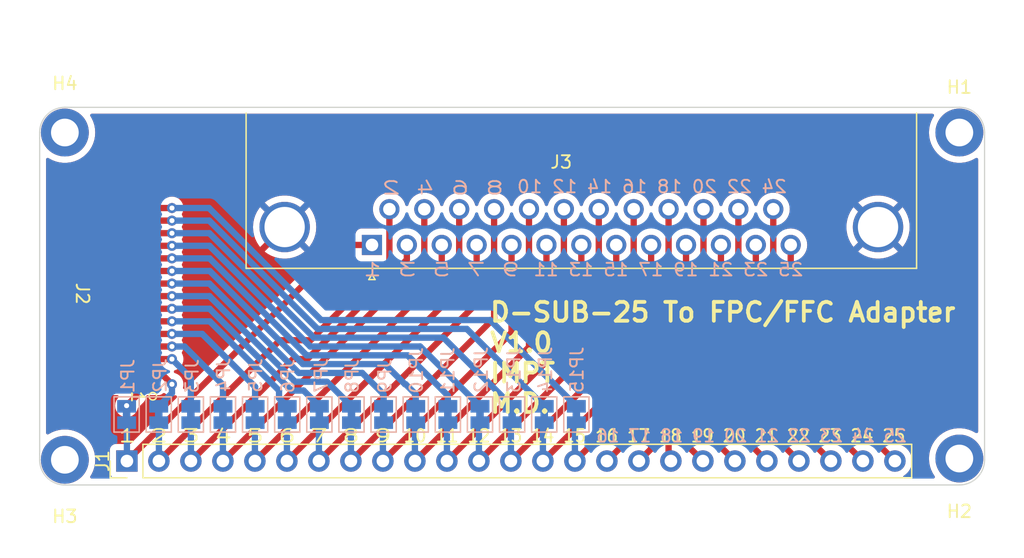
<source format=kicad_pcb>
(kicad_pcb (version 20211014) (generator pcbnew)
  (layers (0 "F.Cu" signal) (31 "B.Cu" signal) (34 "B.Paste" user) (35 "F.Paste" user) (36 "B.SilkS" user "B.Silkscreen") (37 "F.SilkS" user "F.Silkscreen") (38 "B.Mask" user) (39 "F.Mask" user) (44 "Edge.Cuts" user))
  (net 0 "")
  (net 1 "Net-(J2-Pad1)")
  (net 2 "Net-(J2-Pad2)")
  (net 3 "Net-(J2-Pad3)")
  (net 4 "Net-(J2-Pad4)")
  (net 5 "Net-(J2-Pad5)")
  (net 6 "Net-(J2-Pad6)")
  (net 7 "Net-(J2-Pad7)")
  (net 8 "Net-(J2-Pad8)")
  (net 9 "Net-(J2-Pad9)")
  (net 10 "Net-(J2-Pad10)")
  (net 11 "Net-(J2-Pad11)")
  (net 12 "Net-(J2-Pad12)")
  (net 13 "Net-(J2-Pad13)")
  (net 14 "Net-(J2-Pad14)")
  (net 15 "Net-(J2-Pad15)")
  (net 16 "Net-(J1-Pad1)")
  (net 17 "Net-(J1-Pad3)")
  (net 18 "Net-(J1-Pad5)")
  (net 19 "Net-(J1-Pad7)")
  (net 20 "Net-(J1-Pad9)")
  (net 21 "Net-(J1-Pad11)")
  (net 22 "Net-(J1-Pad13)")
  (net 23 "Net-(J1-Pad15)")
  (net 24 "Net-(J1-Pad17)")
  (net 25 "Net-(J1-Pad19)")
  (net 26 "Net-(J1-Pad21)")
  (net 27 "Net-(J1-Pad23)")
  (net 28 "Net-(J1-Pad25)")
  (net 29 "Net-(J1-Pad2)")
  (net 30 "Net-(J1-Pad4)")
  (net 31 "Net-(J1-Pad6)")
  (net 32 "Net-(J1-Pad8)")
  (net 33 "Net-(J1-Pad10)")
  (net 34 "Net-(J1-Pad12)")
  (net 35 "Net-(J1-Pad14)")
  (net 36 "Net-(J1-Pad16)")
  (net 37 "Net-(J1-Pad18)")
  (net 38 "Net-(J1-Pad20)")
  (net 39 "Net-(J1-Pad22)")
  (net 40 "Net-(J1-Pad24)")
  (net 41 "GND")
  (footprint "Connector_Dsub:DSUB-25_Female_Horizontal_P2.77x2.84mm_EdgePinOffset7.70mm_Housed_MountingHolesOffset9.12mm" (layer "F.Cu") (at 143.375 120.930331 180)
    (fp_text reference "J3" (at -15.025 6.580331) (layer "F.SilkS"))
    (fp_text value "DB25_Female_MountingHoles")
    (fp_line (start -0.25 -2.754338) (end 0.25 -2.754338) (layer "F.SilkS") (width 0.12))
    (fp_line (start 9.99 -1.86) (end 9.99 10.48) (layer "F.SilkS") (width 0.12))
    (fp_line (start 0.25 -2.754338) (end 0 -2.321325) (layer "F.SilkS") (width 0.12))
    (fp_line (start 0 -2.321325) (end -0.25 -2.754338) (layer "F.SilkS") (width 0.12))
    (fp_line (start -43.23 -1.86) (end 9.99 -1.86) (layer "F.SilkS") (width 0.12))
    (fp_line (start -43.23 10.48) (end -43.23 -1.86) (layer "F.SilkS") (width 0.12))
    (pad "0" thru_hole circle (at 6.93 1.42 180) (size 4 4) (drill 3.2) (layers *.Cu *.Mask) (net 41 "GND"))
    (pad "0" thru_hole circle (at -40.17 1.42 180) (size 4 4) (drill 3.2) (layers *.Cu *.Mask) (net 41 "GND"))
    (pad "1" thru_hole rect (at 0 0 180) (size 1.6 1.6) (drill 1) (layers *.Cu *.Mask) (net 16 "Net-(J1-Pad1)"))
    (pad "2" thru_hole circle (at -2.77 0 180) (size 1.6 1.6) (drill 1) (layers *.Cu *.Mask) (net 17 "Net-(J1-Pad3)"))
    (pad "3" thru_hole circle (at -5.54 0 180) (size 1.6 1.6) (drill 1) (layers *.Cu *.Mask) (net 18 "Net-(J1-Pad5)"))
    (pad "4" thru_hole circle (at -8.31 0 180) (size 1.6 1.6) (drill 1) (layers *.Cu *.Mask) (net 19 "Net-(J1-Pad7)"))
    (pad "5" thru_hole circle (at -11.08 0 180) (size 1.6 1.6) (drill 1) (layers *.Cu *.Mask) (net 20 "Net-(J1-Pad9)"))
    (pad "6" thru_hole circle (at -13.85 0 180) (size 1.6 1.6) (drill 1) (layers *.Cu *.Mask) (net 21 "Net-(J1-Pad11)"))
    (pad "7" thru_hole circle (at -16.62 0 180) (size 1.6 1.6) (drill 1) (layers *.Cu *.Mask) (net 22 "Net-(J1-Pad13)"))
    (pad "8" thru_hole circle (at -19.39 0 180) (size 1.6 1.6) (drill 1) (layers *.Cu *.Mask) (net 23 "Net-(J1-Pad15)"))
    (pad "9" thru_hole circle (at -22.16 0 180) (size 1.6 1.6) (drill 1) (layers *.Cu *.Mask) (net 24 "Net-(J1-Pad17)"))
    (pad "10" thru_hole circle (at -24.93 0 180) (size 1.6 1.6) (drill 1) (layers *.Cu *.Mask) (net 25 "Net-(J1-Pad19)"))
    (pad "11" thru_hole circle (at -27.7 0 180) (size 1.6 1.6) (drill 1) (layers *.Cu *.Mask) (net 26 "Net-(J1-Pad21)"))
    (pad "12" thru_hole circle (at -30.47 0 180) (size 1.6 1.6) (drill 1) (layers *.Cu *.Mask) (net 27 "Net-(J1-Pad23)"))
    (pad "13" thru_hole circle (at -33.24 0 180) (size 1.6 1.6) (drill 1) (layers *.Cu *.Mask) (net 28 "Net-(J1-Pad25)"))
    (pad "14" thru_hole circle (at -1.385 2.84 180) (size 1.6 1.6) (drill 1) (layers *.Cu *.Mask) (net 29 "Net-(J1-Pad2)"))
    (pad "15" thru_hole circle (at -4.155 2.84 180) (size 1.6 1.6) (drill 1) (layers *.Cu *.Mask) (net 30 "Net-(J1-Pad4)"))
    (pad "16" thru_hole circle (at -6.925 2.84 180) (size 1.6 1.6) (drill 1) (layers *.Cu *.Mask) (net 31 "Net-(J1-Pad6)"))
    (pad "17" thru_hole circle (at -9.695 2.84 180) (size 1.6 1.6) (drill 1) (layers *.Cu *.Mask) (net 32 "Net-(J1-Pad8)"))
    (pad "18" thru_hole circle (at -12.465 2.84 180) (size 1.6 1.6) (drill 1) (layers *.Cu *.Mask) (net 33 "Net-(J1-Pad10)"))
    (pad "19" thru_hole circle (at -15.235 2.84 180) (size 1.6 1.6) (drill 1) (layers *.Cu *.Mask) (net 34 "Net-(J1-Pad12)"))
    (pad "20" thru_hole circle (at -18.005 2.84 180) (size 1.6 1.6) (drill 1) (layers *.Cu *.Mask) (net 35 "Net-(J1-Pad14)"))
    (pad "21" thru_hole circle (at -20.775 2.84 180) (size 1.6 1.6) (drill 1) (layers *.Cu *.Mask) (net 36 "Net-(J1-Pad16)"))
    (pad "22" thru_hole circle (at -23.545 2.84 180) (size 1.6 1.6) (drill 1) (layers *.Cu *.Mask) (net 37 "Net-(J1-Pad18)"))
    (pad "23" thru_hole circle (at -26.315 2.84 180) (size 1.6 1.6) (drill 1) (layers *.Cu *.Mask) (net 38 "Net-(J1-Pad20)"))
    (pad "24" thru_hole circle (at -29.085 2.84 180) (size 1.6 1.6) (drill 1) (layers *.Cu *.Mask) (net 39 "Net-(J1-Pad22)"))
    (pad "25" thru_hole circle (at -31.855 2.84 180) (size 1.6 1.6) (drill 1) (layers *.Cu *.Mask) (net 40 "Net-(J1-Pad24)"))
  )
  (footprint "MountingHole:MountingHole_2.2mm_M2_DIN965_Pad" (layer "F.Cu") (at 190 112)
    (fp_text reference "H1" (at 0 -3.6) (layer "F.SilkS"))
    (fp_text value "MountingHole")
    (pad "1" thru_hole circle (at 0 0) (size 3.8 3.8) (drill 2.2) (layers *.Cu *.Mask))
  )
  (footprint "MountingHole:MountingHole_2.2mm_M2_DIN965_Pad" (layer "F.Cu") (at 119 112)
    (fp_text reference "H4" (at 0 -3.9) (layer "F.SilkS"))
    (fp_text value "MountingHole")
    (pad "1" thru_hole circle (at 0 0) (size 3.8 3.8) (drill 2.2) (layers *.Cu *.Mask))
  )
  (footprint "MountingHole:MountingHole_2.2mm_M2_DIN965_Pad" (layer "F.Cu") (at 119 138)
    (fp_text reference "H3" (at 0 4.5) (layer "F.SilkS"))
    (fp_text value "MountingHole")
    (pad "1" thru_hole circle (at 0 0) (size 3.8 3.8) (drill 2.2) (layers *.Cu *.Mask))
  )
  (footprint "MountingHole:MountingHole_2.2mm_M2_DIN965_Pad" (layer "F.Cu") (at 190 137.9)
    (fp_text reference "H2" (at 0 4.2) (layer "F.SilkS"))
    (fp_text value "MountingHole")
    (pad "1" thru_hole circle (at 0 0) (size 3.8 3.8) (drill 2.2) (layers *.Cu *.Mask))
  )
  (footprint "MyFootprintLibrary:15P 1mm FPC FFC Flat Cable Connector" (layer "F.Cu") (at 123.43 125 -90)
    (fp_text reference "J2" (at -0.2 3.03 -90 unlocked) (layer "F.SilkS"))
    (fp_text value "Conn_01x15")
    (fp_text user "1" (at 8 -1.35 -90 unlocked) (layer "F.SilkS"))
    (fp_circle (center 7.95 -2.55) (end 7.95 -2.25) (layer "F.SilkS") (width 0.12) (fill none))
    (pad "" smd rect (at 9 2.45 270) (size 1.8 2.2) (layers "F.Cu" "F.Paste" "F.Mask"))
    (pad "" smd rect (at -9 2.45 270) (size 1.8 2.2) (layers "F.Cu" "F.Paste" "F.Mask"))
    (pad "1" smd rect (at 7 -1.25 270) (size 0.7 3.5) (layers "F.Cu" "F.Paste" "F.Mask") (net 1 "Net-(J2-Pad1)"))
    (pad "2" smd rect (at 6 -1.25 270) (size 0.7 3.5) (layers "F.Cu" "F.Paste" "F.Mask") (net 2 "Net-(J2-Pad2)"))
    (pad "3" smd rect (at 5 -1.25 270) (size 0.7 3.5) (layers "F.Cu" "F.Paste" "F.Mask") (net 3 "Net-(J2-Pad3)"))
    (pad "4" smd rect (at 4 -1.25 270) (size 0.7 3.5) (layers "F.Cu" "F.Paste" "F.Mask") (net 4 "Net-(J2-Pad4)"))
    (pad "5" smd rect (at 3 -1.25 270) (size 0.7 3.5) (layers "F.Cu" "F.Paste" "F.Mask") (net 5 "Net-(J2-Pad5)"))
    (pad "6" smd rect (at 2 -1.25 270) (size 0.7 3.5) (layers "F.Cu" "F.Paste" "F.Mask") (net 6 "Net-(J2-Pad6)"))
    (pad "7" smd rect (at 1 -1.25 270) (size 0.7 3.5) (layers "F.Cu" "F.Paste" "F.Mask") (net 7 "Net-(J2-Pad7)"))
    (pad "8" smd rect (at 0 -1.25 270) (size 0.7 3.5) (layers "F.Cu" "F.Paste" "F.Mask") (net 8 "Net-(J2-Pad8)"))
    (pad "9" smd rect (at -1 -1.25 270) (size 0.7 3.5) (layers "F.Cu" "F.Paste" "F.Mask") (net 9 "Net-(J2-Pad9)"))
    (pad "10" smd rect (at -2 -1.25 270) (size 0.7 3.5) (layers "F.Cu" "F.Paste" "F.Mask") (net 10 "Net-(J2-Pad10)"))
    (pad "11" smd rect (at -3 -1.25 270) (size 0.7 3.5) (layers "F.Cu" "F.Paste" "F.Mask") (net 11 "Net-(J2-Pad11)"))
    (pad "12" smd rect (at -4 -1.25 270) (size 0.7 3.5) (layers "F.Cu" "F.Paste" "F.Mask") (net 12 "Net-(J2-Pad12)"))
    (pad "13" smd rect (at -5 -1.25 270) (size 0.7 3.5) (layers "F.Cu" "F.Paste" "F.Mask") (net 13 "Net-(J2-Pad13)"))
    (pad "14" smd rect (at -6 -1.25 270) (size 0.7 3.5) (layers "F.Cu" "F.Paste" "F.Mask") (net 14 "Net-(J2-Pad14)"))
    (pad "15" smd rect (at -7 -1.25 270) (size 0.7 3.5) (layers "F.Cu" "F.Paste" "F.Mask") (net 15 "Net-(J2-Pad15)"))
  )
  (footprint "Connector_PinHeader_2.54mm:PinHeader_1x25_P2.54mm_Vertical" (layer "F.Cu") (at 123.925 138.1 90)
    (fp_text reference "J1" (at 0 -1.925 90) (layer "F.SilkS"))
    (fp_text value "Conn_01x25_Female")
    (fp_line (start -1.33 0) (end -1.33 -1.33) (layer "F.SilkS") (width 0.12))
    (fp_line (start -1.33 -1.33) (end 0 -1.33) (layer "F.SilkS") (width 0.12))
    (fp_line (start -1.33 1.27) (end -1.33 62.29) (layer "F.SilkS") (width 0.12))
    (fp_line (start -1.33 62.29) (end 1.33 62.29) (layer "F.SilkS") (width 0.12))
    (fp_line (start 1.33 1.27) (end 1.33 62.29) (layer "F.SilkS") (width 0.12))
    (fp_line (start -1.33 1.27) (end 1.33 1.27) (layer "F.SilkS") (width 0.12))
    (pad "1" thru_hole rect (at 0 0 90) (size 1.7 1.7) (drill 1) (layers *.Cu *.Mask) (net 16 "Net-(J1-Pad1)"))
    (pad "2" thru_hole oval (at 0 2.54 90) (size 1.7 1.7) (drill 1) (layers *.Cu *.Mask) (net 29 "Net-(J1-Pad2)"))
    (pad "3" thru_hole oval (at 0 5.08 90) (size 1.7 1.7) (drill 1) (layers *.Cu *.Mask) (net 17 "Net-(J1-Pad3)"))
    (pad "4" thru_hole oval (at 0 7.62 90) (size 1.7 1.7) (drill 1) (layers *.Cu *.Mask) (net 30 "Net-(J1-Pad4)"))
    (pad "5" thru_hole oval (at 0 10.16 90) (size 1.7 1.7) (drill 1) (layers *.Cu *.Mask) (net 18 "Net-(J1-Pad5)"))
    (pad "6" thru_hole oval (at 0 12.7 90) (size 1.7 1.7) (drill 1) (layers *.Cu *.Mask) (net 31 "Net-(J1-Pad6)"))
    (pad "7" thru_hole oval (at 0 15.24 90) (size 1.7 1.7) (drill 1) (layers *.Cu *.Mask) (net 19 "Net-(J1-Pad7)"))
    (pad "8" thru_hole oval (at 0 17.78 90) (size 1.7 1.7) (drill 1) (layers *.Cu *.Mask) (net 32 "Net-(J1-Pad8)"))
    (pad "9" thru_hole oval (at 0 20.32 90) (size 1.7 1.7) (drill 1) (layers *.Cu *.Mask) (net 20 "Net-(J1-Pad9)"))
    (pad "10" thru_hole oval (at 0 22.86 90) (size 1.7 1.7) (drill 1) (layers *.Cu *.Mask) (net 33 "Net-(J1-Pad10)"))
    (pad "11" thru_hole oval (at 0 25.4 90) (size 1.7 1.7) (drill 1) (layers *.Cu *.Mask) (net 21 "Net-(J1-Pad11)"))
    (pad "12" thru_hole oval (at 0 27.94 90) (size 1.7 1.7) (drill 1) (layers *.Cu *.Mask) (net 34 "Net-(J1-Pad12)"))
    (pad "13" thru_hole oval (at 0 30.48 90) (size 1.7 1.7) (drill 1) (layers *.Cu *.Mask) (net 22 "Net-(J1-Pad13)"))
    (pad "14" thru_hole oval (at 0 33.02 90) (size 1.7 1.7) (drill 1) (layers *.Cu *.Mask) (net 35 "Net-(J1-Pad14)"))
    (pad "15" thru_hole oval (at 0 35.56 90) (size 1.7 1.7) (drill 1) (layers *.Cu *.Mask) (net 23 "Net-(J1-Pad15)"))
    (pad "16" thru_hole oval (at 0 38.1 90) (size 1.7 1.7) (drill 1) (layers *.Cu *.Mask) (net 36 "Net-(J1-Pad16)"))
    (pad "17" thru_hole oval (at 0 40.64 90) (size 1.7 1.7) (drill 1) (layers *.Cu *.Mask) (net 24 "Net-(J1-Pad17)"))
    (pad "18" thru_hole oval (at 0 43.18 90) (size 1.7 1.7) (drill 1) (layers *.Cu *.Mask) (net 37 "Net-(J1-Pad18)"))
    (pad "19" thru_hole oval (at 0 45.72 90) (size 1.7 1.7) (drill 1) (layers *.Cu *.Mask) (net 25 "Net-(J1-Pad19)"))
    (pad "20" thru_hole oval (at 0 48.26 90) (size 1.7 1.7) (drill 1) (layers *.Cu *.Mask) (net 38 "Net-(J1-Pad20)"))
    (pad "21" thru_hole oval (at 0 50.8 90) (size 1.7 1.7) (drill 1) (layers *.Cu *.Mask) (net 26 "Net-(J1-Pad21)"))
    (pad "22" thru_hole oval (at 0 53.34 90) (size 1.7 1.7) (drill 1) (layers *.Cu *.Mask) (net 39 "Net-(J1-Pad22)"))
    (pad "23" thru_hole oval (at 0 55.88 90) (size 1.7 1.7) (drill 1) (layers *.Cu *.Mask) (net 27 "Net-(J1-Pad23)"))
    (pad "24" thru_hole oval (at 0 58.42 90) (size 1.7 1.7) (drill 1) (layers *.Cu *.Mask) (net 40 "Net-(J1-Pad24)"))
    (pad "25" thru_hole oval (at 0 60.96 90) (size 1.7 1.7) (drill 1) (layers *.Cu *.Mask) (net 28 "Net-(J1-Pad25)"))
  )
  (footprint "Jumper:SolderJumper-2_P1.3mm_Bridged_Pad1.0x1.5mm" (layer "B.Cu") (at 126.45 134.4 -90)
    (fp_text reference "JP2" (at -3.1 -0.1 90) (layer "B.SilkS") (effects (justify mirror)))
    (fp_text value "SolderJumper_2_Bridged")
    (fp_poly (pts (xy -0.25 0.3) (xy 0.25 0.3) (xy 0.25 -0.3) (xy -0.25 -0.3)) (layer "B.Cu") (width 0) (fill solid))
    (fp_line (start 1.4 1) (end 1.4 -1) (layer "B.SilkS") (width 0.12))
    (fp_line (start -1.4 1) (end 1.4 1) (layer "B.SilkS") (width 0.12))
    (fp_line (start -1.4 -1) (end -1.4 1) (layer "B.SilkS") (width 0.12))
    (fp_line (start 1.4 -1) (end -1.4 -1) (layer "B.SilkS") (width 0.12))
    (pad "1" smd rect (at -0.65 0 270) (size 1 1.5) (layers "B.Cu" "B.Mask") (net 2 "Net-(J2-Pad2)"))
    (pad "2" smd rect (at 0.65 0 270) (size 1 1.5) (layers "B.Cu" "B.Mask") (net 29 "Net-(J1-Pad2)"))
  )
  (footprint "Jumper:SolderJumper-2_P1.3mm_Bridged_Pad1.0x1.5mm" (layer "B.Cu") (at 131.55 134.4 -90)
    (fp_text reference "JP4" (at -3.15 -0.05 90) (layer "B.SilkS") (effects (justify mirror)))
    (fp_text value "SolderJumper_2_Bridged")
    (fp_poly (pts (xy -0.25 0.3) (xy 0.25 0.3) (xy 0.25 -0.3) (xy -0.25 -0.3)) (layer "B.Cu") (width 0) (fill solid))
    (fp_line (start 1.4 1) (end 1.4 -1) (layer "B.SilkS") (width 0.12))
    (fp_line (start 1.4 -1) (end -1.4 -1) (layer "B.SilkS") (width 0.12))
    (fp_line (start -1.4 -1) (end -1.4 1) (layer "B.SilkS") (width 0.12))
    (fp_line (start -1.4 1) (end 1.4 1) (layer "B.SilkS") (width 0.12))
    (pad "1" smd rect (at -0.65 0 270) (size 1 1.5) (layers "B.Cu" "B.Mask") (net 4 "Net-(J2-Pad4)"))
    (pad "2" smd rect (at 0.65 0 270) (size 1 1.5) (layers "B.Cu" "B.Mask") (net 30 "Net-(J1-Pad4)"))
  )
  (footprint "Jumper:SolderJumper-2_P1.3mm_Bridged_Pad1.0x1.5mm" (layer "B.Cu") (at 146.85 134.4 -90)
    (fp_text reference "JP10" (at -3.5 -0.05 90) (layer "B.SilkS") (effects (justify mirror)))
    (fp_text value "SolderJumper_2_Bridged")
    (fp_poly (pts (xy -0.25 0.3) (xy 0.25 0.3) (xy 0.25 -0.3) (xy -0.25 -0.3)) (layer "B.Cu") (width 0) (fill solid))
    (fp_line (start 1.4 1) (end 1.4 -1) (layer "B.SilkS") (width 0.12))
    (fp_line (start 1.4 -1) (end -1.4 -1) (layer "B.SilkS") (width 0.12))
    (fp_line (start -1.4 -1) (end -1.4 1) (layer "B.SilkS") (width 0.12))
    (fp_line (start -1.4 1) (end 1.4 1) (layer "B.SilkS") (width 0.12))
    (pad "1" smd rect (at -0.65 0 270) (size 1 1.5) (layers "B.Cu" "B.Mask") (net 10 "Net-(J2-Pad10)"))
    (pad "2" smd rect (at 0.65 0 270) (size 1 1.5) (layers "B.Cu" "B.Mask") (net 33 "Net-(J1-Pad10)"))
  )
  (footprint "Jumper:SolderJumper-2_P1.3mm_Bridged_Pad1.0x1.5mm" (layer "B.Cu") (at 154.5 134.4 -90)
    (fp_text reference "JP13" (at -3.55 -0.15 90) (layer "B.SilkS") (effects (justify mirror)))
    (fp_text value "SolderJumper_2_Bridged")
    (fp_poly (pts (xy -0.25 0.3) (xy 0.25 0.3) (xy 0.25 -0.3) (xy -0.25 -0.3)) (layer "B.Cu") (width 0) (fill solid))
    (fp_line (start -1.4 1) (end 1.4 1) (layer "B.SilkS") (width 0.12))
    (fp_line (start -1.4 -1) (end -1.4 1) (layer "B.SilkS") (width 0.12))
    (fp_line (start 1.4 1) (end 1.4 -1) (layer "B.SilkS") (width 0.12))
    (fp_line (start 1.4 -1) (end -1.4 -1) (layer "B.SilkS") (width 0.12))
    (pad "1" smd rect (at -0.65 0 270) (size 1 1.5) (layers "B.Cu" "B.Mask") (net 13 "Net-(J2-Pad13)"))
    (pad "2" smd rect (at 0.65 0 270) (size 1 1.5) (layers "B.Cu" "B.Mask") (net 22 "Net-(J1-Pad13)"))
  )
  (footprint "Jumper:SolderJumper-2_P1.3mm_Bridged_Pad1.0x1.5mm" (layer "B.Cu") (at 134.1 134.4 -90)
    (fp_text reference "JP5" (at -3.1 -0.05 90) (layer "B.SilkS") (effects (justify mirror)))
    (fp_text value "SolderJumper_2_Bridged")
    (fp_poly (pts (xy -0.25 0.3) (xy 0.25 0.3) (xy 0.25 -0.3) (xy -0.25 -0.3)) (layer "B.Cu") (width 0) (fill solid))
    (fp_line (start -1.4 -1) (end -1.4 1) (layer "B.SilkS") (width 0.12))
    (fp_line (start 1.4 -1) (end -1.4 -1) (layer "B.SilkS") (width 0.12))
    (fp_line (start 1.4 1) (end 1.4 -1) (layer "B.SilkS") (width 0.12))
    (fp_line (start -1.4 1) (end 1.4 1) (layer "B.SilkS") (width 0.12))
    (pad "1" smd rect (at -0.65 0 270) (size 1 1.5) (layers "B.Cu" "B.Mask") (net 5 "Net-(J2-Pad5)"))
    (pad "2" smd rect (at 0.65 0 270) (size 1 1.5) (layers "B.Cu" "B.Mask") (net 18 "Net-(J1-Pad5)"))
  )
  (footprint "Jumper:SolderJumper-2_P1.3mm_Bridged_Pad1.0x1.5mm" (layer "B.Cu") (at 139.2 134.4 -90)
    (fp_text reference "JP7" (at -3.1 -0.15 90) (layer "B.SilkS") (effects (justify mirror)))
    (fp_text value "SolderJumper_2_Bridged")
    (fp_poly (pts (xy -0.25 0.3) (xy 0.25 0.3) (xy 0.25 -0.3) (xy -0.25 -0.3)) (layer "B.Cu") (width 0) (fill solid))
    (fp_line (start 1.4 -1) (end -1.4 -1) (layer "B.SilkS") (width 0.12))
    (fp_line (start -1.4 -1) (end -1.4 1) (layer "B.SilkS") (width 0.12))
    (fp_line (start 1.4 1) (end 1.4 -1) (layer "B.SilkS") (width 0.12))
    (fp_line (start -1.4 1) (end 1.4 1) (layer "B.SilkS") (width 0.12))
    (pad "1" smd rect (at -0.65 0 270) (size 1 1.5) (layers "B.Cu" "B.Mask") (net 7 "Net-(J2-Pad7)"))
    (pad "2" smd rect (at 0.65 0 270) (size 1 1.5) (layers "B.Cu" "B.Mask") (net 19 "Net-(J1-Pad7)"))
  )
  (footprint "Jumper:SolderJumper-2_P1.3mm_Bridged_Pad1.0x1.5mm" (layer "B.Cu") (at 144.3 134.4 -90)
    (fp_text reference "JP9" (at -3.05 -0.1 90) (layer "B.SilkS") (effects (justify mirror)))
    (fp_text value "SolderJumper_2_Bridged")
    (fp_poly (pts (xy -0.25 0.3) (xy 0.25 0.3) (xy 0.25 -0.3) (xy -0.25 -0.3)) (layer "B.Cu") (width 0) (fill solid))
    (fp_line (start 1.4 1) (end 1.4 -1) (layer "B.SilkS") (width 0.12))
    (fp_line (start -1.4 -1) (end -1.4 1) (layer "B.SilkS") (width 0.12))
    (fp_line (start 1.4 -1) (end -1.4 -1) (layer "B.SilkS") (width 0.12))
    (fp_line (start -1.4 1) (end 1.4 1) (layer "B.SilkS") (width 0.12))
    (pad "1" smd rect (at -0.65 0 270) (size 1 1.5) (layers "B.Cu" "B.Mask") (net 9 "Net-(J2-Pad9)"))
    (pad "2" smd rect (at 0.65 0 270) (size 1 1.5) (layers "B.Cu" "B.Mask") (net 20 "Net-(J1-Pad9)"))
  )
  (footprint "Jumper:SolderJumper-2_P1.3mm_Bridged_Pad1.0x1.5mm" (layer "B.Cu") (at 141.75 134.4 -90)
    (fp_text reference "JP8" (at -3.05 -0.05 90) (layer "B.SilkS") (effects (justify mirror)))
    (fp_text value "SolderJumper_2_Bridged")
    (fp_poly (pts (xy -0.25 0.3) (xy 0.25 0.3) (xy 0.25 -0.3) (xy -0.25 -0.3)) (layer "B.Cu") (width 0) (fill solid))
    (fp_line (start -1.4 -1) (end -1.4 1) (layer "B.SilkS") (width 0.12))
    (fp_line (start -1.4 1) (end 1.4 1) (layer "B.SilkS") (width 0.12))
    (fp_line (start 1.4 1) (end 1.4 -1) (layer "B.SilkS") (width 0.12))
    (fp_line (start 1.4 -1) (end -1.4 -1) (layer "B.SilkS") (width 0.12))
    (pad "1" smd rect (at -0.65 0 270) (size 1 1.5) (layers "B.Cu" "B.Mask") (net 8 "Net-(J2-Pad8)"))
    (pad "2" smd rect (at 0.65 0 270) (size 1 1.5) (layers "B.Cu" "B.Mask") (net 32 "Net-(J1-Pad8)"))
  )
  (footprint "Jumper:SolderJumper-2_P1.3mm_Bridged_Pad1.0x1.5mm" (layer "B.Cu") (at 157.05 134.4 -90)
    (fp_text reference "JP14" (at -3.55 -0.1 90) (layer "B.SilkS") (effects (justify mirror)))
    (fp_text value "SolderJumper_2_Bridged")
    (fp_poly (pts (xy -0.25 0.3) (xy 0.25 0.3) (xy 0.25 -0.3) (xy -0.25 -0.3)) (layer "B.Cu") (width 0) (fill solid))
    (fp_line (start 1.4 -1) (end -1.4 -1) (layer "B.SilkS") (width 0.12))
    (fp_line (start -1.4 1) (end 1.4 1) (layer "B.SilkS") (width 0.12))
    (fp_line (start -1.4 -1) (end -1.4 1) (layer "B.SilkS") (width 0.12))
    (fp_line (start 1.4 1) (end 1.4 -1) (layer "B.SilkS") (width 0.12))
    (pad "1" smd rect (at -0.65 0 270) (size 1 1.5) (layers "B.Cu" "B.Mask") (net 14 "Net-(J2-Pad14)"))
    (pad "2" smd rect (at 0.65 0 270) (size 1 1.5) (layers "B.Cu" "B.Mask") (net 35 "Net-(J1-Pad14)"))
  )
  (footprint "Jumper:SolderJumper-2_P1.3mm_Bridged_Pad1.0x1.5mm" (layer "B.Cu") (at 151.95 134.4 -90)
    (fp_text reference "JP12" (at -3.55 -0.1 90) (layer "B.SilkS") (effects (justify mirror)))
    (fp_text value "SolderJumper_2_Bridged")
    (fp_poly (pts (xy -0.25 0.3) (xy 0.25 0.3) (xy 0.25 -0.3) (xy -0.25 -0.3)) (layer "B.Cu") (width 0) (fill solid))
    (fp_line (start 1.4 -1) (end -1.4 -1) (layer "B.SilkS") (width 0.12))
    (fp_line (start -1.4 1) (end 1.4 1) (layer "B.SilkS") (width 0.12))
    (fp_line (start 1.4 1) (end 1.4 -1) (layer "B.SilkS") (width 0.12))
    (fp_line (start -1.4 -1) (end -1.4 1) (layer "B.SilkS") (width 0.12))
    (pad "1" smd rect (at -0.65 0 270) (size 1 1.5) (layers "B.Cu" "B.Mask") (net 12 "Net-(J2-Pad12)"))
    (pad "2" smd rect (at 0.65 0 270) (size 1 1.5) (layers "B.Cu" "B.Mask") (net 34 "Net-(J1-Pad12)"))
  )
  (footprint "Jumper:SolderJumper-2_P1.3mm_Bridged_Pad1.0x1.5mm" (layer "B.Cu") (at 136.65 134.4 -90)
    (fp_text reference "JP6" (at -3.05 -0.05 90) (layer "B.SilkS") (effects (justify mirror)))
    (fp_text value "SolderJumper_2_Bridged")
    (fp_poly (pts (xy -0.25 0.3) (xy 0.25 0.3) (xy 0.25 -0.3) (xy -0.25 -0.3)) (layer "B.Cu") (width 0) (fill solid))
    (fp_line (start -1.4 1) (end 1.4 1) (layer "B.SilkS") (width 0.12))
    (fp_line (start 1.4 1) (end 1.4 -1) (layer "B.SilkS") (width 0.12))
    (fp_line (start -1.4 -1) (end -1.4 1) (layer "B.SilkS") (width 0.12))
    (fp_line (start 1.4 -1) (end -1.4 -1) (layer "B.SilkS") (width 0.12))
    (pad "1" smd rect (at -0.65 0 270) (size 1 1.5) (layers "B.Cu" "B.Mask") (net 6 "Net-(J2-Pad6)"))
    (pad "2" smd rect (at 0.65 0 270) (size 1 1.5) (layers "B.Cu" "B.Mask") (net 31 "Net-(J1-Pad6)"))
  )
  (footprint "Jumper:SolderJumper-2_P1.3mm_Bridged_Pad1.0x1.5mm" (layer "B.Cu") (at 123.9 134.4 -90)
    (fp_text reference "JP1" (at -3.05 -0.1 90) (layer "B.SilkS") (effects (justify mirror)))
    (fp_text value "SolderJumper_2_Bridged")
    (fp_poly (pts (xy -0.25 0.3) (xy 0.25 0.3) (xy 0.25 -0.3) (xy -0.25 -0.3)) (layer "B.Cu") (width 0) (fill solid))
    (fp_line (start 1.4 -1) (end -1.4 -1) (layer "B.SilkS") (width 0.12))
    (fp_line (start -1.4 -1) (end -1.4 1) (layer "B.SilkS") (width 0.12))
    (fp_line (start -1.4 1) (end 1.4 1) (layer "B.SilkS") (width 0.12))
    (fp_line (start 1.4 1) (end 1.4 -1) (layer "B.SilkS") (width 0.12))
    (pad "1" smd rect (at -0.65 0 270) (size 1 1.5) (layers "B.Cu" "B.Mask") (net 1 "Net-(J2-Pad1)"))
    (pad "2" smd rect (at 0.65 0 270) (size 1 1.5) (layers "B.Cu" "B.Mask") (net 16 "Net-(J1-Pad1)"))
  )
  (footprint "Jumper:SolderJumper-2_P1.3mm_Bridged_Pad1.0x1.5mm" (layer "B.Cu") (at 159.6 134.4 -90)
    (fp_text reference "JP15" (at -3.55 -0.05 90) (layer "B.SilkS") (effects (justify mirror)))
    (fp_text value "SolderJumper_2_Bridged")
    (fp_poly (pts (xy -0.25 0.3) (xy 0.25 0.3) (xy 0.25 -0.3) (xy -0.25 -0.3)) (layer "B.Cu") (width 0) (fill solid))
    (fp_line (start -1.4 -1) (end -1.4 1) (layer "B.SilkS") (width 0.12))
    (fp_line (start -1.4 1) (end 1.4 1) (layer "B.SilkS") (width 0.12))
    (fp_line (start 1.4 1) (end 1.4 -1) (layer "B.SilkS") (width 0.12))
    (fp_line (start 1.4 -1) (end -1.4 -1) (layer "B.SilkS") (width 0.12))
    (pad "1" smd rect (at -0.65 0 270) (size 1 1.5) (layers "B.Cu" "B.Mask") (net 15 "Net-(J2-Pad15)"))
    (pad "2" smd rect (at 0.65 0 270) (size 1 1.5) (layers "B.Cu" "B.Mask") (net 23 "Net-(J1-Pad15)"))
  )
  (footprint "Jumper:SolderJumper-2_P1.3mm_Bridged_Pad1.0x1.5mm" (layer "B.Cu") (at 149.4 134.4 -90)
    (fp_text reference "JP11" (at -3.5 0 90) (layer "B.SilkS") (effects (justify mirror)))
    (fp_text value "SolderJumper_2_Bridged")
    (fp_poly (pts (xy -0.25 0.3) (xy 0.25 0.3) (xy 0.25 -0.3) (xy -0.25 -0.3)) (layer "B.Cu") (width 0) (fill solid))
    (fp_line (start 1.4 1) (end 1.4 -1) (layer "B.SilkS") (width 0.12))
    (fp_line (start -1.4 1) (end 1.4 1) (layer "B.SilkS") (width 0.12))
    (fp_line (start 1.4 -1) (end -1.4 -1) (layer "B.SilkS") (width 0.12))
    (fp_line (start -1.4 -1) (end -1.4 1) (layer "B.SilkS") (width 0.12))
    (pad "1" smd rect (at -0.65 0 270) (size 1 1.5) (layers "B.Cu" "B.Mask") (net 11 "Net-(J2-Pad11)"))
    (pad "2" smd rect (at 0.65 0 270) (size 1 1.5) (layers "B.Cu" "B.Mask") (net 21 "Net-(J1-Pad11)"))
  )
  (footprint "Jumper:SolderJumper-2_P1.3mm_Bridged_Pad1.0x1.5mm" (layer "B.Cu") (at 129 134.4 -90)
    (fp_text reference "JP3" (at -3.05 -0.1 90) (layer "B.SilkS") (effects (justify mirror)))
    (fp_text value "SolderJumper_2_Bridged")
    (fp_poly (pts (xy -0.25 0.3) (xy 0.25 0.3) (xy 0.25 -0.3) (xy -0.25 -0.3)) (layer "B.Cu") (width 0) (fill solid))
    (fp_line (start -1.4 1) (end 1.4 1) (layer "B.SilkS") (width 0.12))
    (fp_line (start 1.4 1) (end 1.4 -1) (layer "B.SilkS") (width 0.12))
    (fp_line (start -1.4 -1) (end -1.4 1) (layer "B.SilkS") (width 0.12))
    (fp_line (start 1.4 -1) (end -1.4 -1) (layer "B.SilkS") (width 0.12))
    (pad "1" smd rect (at -0.65 0 270) (size 1 1.5) (layers "B.Cu" "B.Mask") (net 3 "Net-(J2-Pad3)"))
    (pad "2" smd rect (at 0.65 0 270) (size 1 1.5) (layers "B.Cu" "B.Mask") (net 17 "Net-(J1-Pad3)"))
  )
  (gr_line (start 192 112) (end 192 138) (layer "Edge.Cuts") (width 0.1))
  (gr_arc (start 192 138) (mid 191.414214 139.414214) (end 190 140) (layer "Edge.Cuts") (width 0.1))
  (gr_line (start 119 110) (end 190 110) (layer "Edge.Cuts") (width 0.1))
  (gr_line (start 117 138) (end 117 112) (layer "Edge.Cuts") (width 0.1))
  (gr_arc (start 119 140) (mid 117.585786 139.414214) (end 117 138) (layer "Edge.Cuts") (width 0.1))
  (gr_arc (start 190 110) (mid 191.414214 110.585786) (end 192 112) (layer "Edge.Cuts") (width 0.1))
  (gr_line (start 190 140) (end 119 140) (layer "Edge.Cuts") (width 0.1))
  (gr_arc (start 117 112) (mid 117.585786 110.585786) (end 119 110) (layer "Edge.Cuts") (width 0.1))
  (gr_text "9 7 5 3 1" (at 148.9 122.9) (layer "B.SilkS") (effects (font (size 1 1.6)) (justify mirror)))
  (gr_text "8 6 4 2" (at 149 116.4) (layer "B.SilkS") (effects (font (size 1 1.6)) (justify mirror)))
  (gr_text "25 24 23 22 21 20 19 18 17 16" (at 173.5 136.1) (layer "B.SilkS") (effects (font (size 1 0.95)) (justify mirror)))
  (gr_text "25 23 21 19 17 15 13 11" (at 166.9 122.9) (layer "B.SilkS") (effects (font (size 1 1.04)) (justify mirror)))
  (gr_text "24 22 20 18 16 14 12 10" (at 165.6 116.3) (layer "B.SilkS") (effects (font (size 1 1.04)) (justify mirror)))
  (gr_text "1 2 3 4 5 6 7 8 9" (at 134.1 136.1) (layer "F.SilkS") (effects (font (size 1 1.48))))
  (gr_text "10 11 12 13 14 15 16 17 18 19 20 21 22 23 24 25" (at 165.8 136.1) (layer "F.SilkS") (effects (font (size 1 0.95))))
  (gr_text "D-SUB-25 To FPC/FFC Adapter\nV1.0\nIMPT\nM.D." (at 152.6 129.9) (layer "F.SilkS") (effects (font (size 1.5 1.5) (thickness 0.3)) (justify left)))
  (segment (start 124.68 132) (end 124.68 132.92) (width 0.5) (layer "F.Cu") (net 1))
  (segment (start 124.68 132.92) (end 123.9 133.7) (width 0.5) (layer "F.Cu") (net 1))
  (via (at 123.9 133.7) (size 0.8) (drill 0.4) (layers "F.Cu" "B.Cu") (net 1))
  (segment (start 127.5 132) (end 126.5 131) (width 0.5) (layer "F.Cu") (net 2))
  (segment (start 126.5 131) (end 124.68 131) (width 0.5) (layer "F.Cu") (net 2))
  (via (at 127.5 132) (size 0.8) (drill 0.4) (layers "F.Cu" "B.Cu") (net 2))
  (segment (start 127.5 132) (end 127.5 132.7) (width 0.5) (layer "B.Cu") (net 2))
  (segment (start 127.5 132.7) (end 126.45 133.75) (width 0.5) (layer "B.Cu") (net 2))
  (segment (start 127.5 130) (end 124.68 130) (width 0.5) (layer "F.Cu") (net 3))
  (via (at 127.5 130) (size 0.8) (drill 0.4) (layers "F.Cu" "B.Cu") (net 3))
  (segment (start 129 131.5) (end 129 133.75) (width 0.5) (layer "B.Cu") (net 3))
  (segment (start 127.5 130) (end 129 131.5) (width 0.5) (layer "B.Cu") (net 3))
  (segment (start 127.5 129) (end 124.68 129) (width 0.5) (layer "F.Cu") (net 4))
  (via (at 127.5 129) (size 0.8) (drill 0.4) (layers "F.Cu" "B.Cu") (net 4))
  (segment (start 127.5 129) (end 128.5 129) (width 0.5) (layer "B.Cu") (net 4))
  (segment (start 131.55 132.05) (end 131.55 133.75) (width 0.5) (layer "B.Cu") (net 4))
  (segment (start 128.5 129) (end 131.55 132.05) (width 0.5) (layer "B.Cu") (net 4))
  (segment (start 127.5 128) (end 124.68 128) (width 0.5) (layer "F.Cu") (net 5))
  (via (at 127.5 128) (size 0.8) (drill 0.4) (layers "F.Cu" "B.Cu") (net 5))
  (segment (start 129.9 128) (end 134.1 132.2) (width 0.5) (layer "B.Cu") (net 5))
  (segment (start 127.5 128) (end 129.9 128) (width 0.5) (layer "B.Cu") (net 5))
  (segment (start 134.1 132.2) (end 134.1 133.75) (width 0.5) (layer "B.Cu") (net 5))
  (segment (start 124.68 127) (end 127.5 127) (width 0.5) (layer "F.Cu") (net 6))
  (via (at 127.5 127) (size 0.8) (drill 0.4) (layers "F.Cu" "B.Cu") (net 6))
  (segment (start 136 132.5) (end 136 133.1) (width 0.5) (layer "B.Cu") (net 6))
  (segment (start 130.5 127) (end 136 132.5) (width 0.5) (layer "B.Cu") (net 6))
  (segment (start 136 133.1) (end 136.65 133.75) (width 0.5) (layer "B.Cu") (net 6))
  (segment (start 127.5 127) (end 130.5 127) (width 0.5) (layer "B.Cu") (net 6))
  (segment (start 124.68 126) (end 127.499503 126) (width 0.5) (layer "F.Cu") (net 7))
  (segment (start 127.499503 126) (end 127.5 126.000497) (width 0.5) (layer "F.Cu") (net 7))
  (via (at 127.5 126.000497) (size 0.8) (drill 0.4) (layers "F.Cu" "B.Cu") (net 7))
  (segment (start 136.98927 132.5) (end 137.95 132.5) (width 0.5) (layer "B.Cu") (net 7))
  (segment (start 127.5 126.000497) (end 130.489767 126.000497) (width 0.5) (layer "B.Cu") (net 7))
  (segment (start 130.489767 126.000497) (end 136.98927 132.5) (width 0.5) (layer "B.Cu") (net 7))
  (segment (start 137.95 132.5) (end 139.2 133.75) (width 0.5) (layer "B.Cu") (net 7))
  (segment (start 124.68 125) (end 127.5 125) (width 0.5) (layer "F.Cu") (net 8))
  (via (at 127.5 125) (size 0.8) (drill 0.4) (layers "F.Cu" "B.Cu") (net 8))
  (segment (start 127.5 125) (end 130.47854 125) (width 0.5) (layer "B.Cu") (net 8))
  (segment (start 130.47854 125) (end 137.27902 131.80048) (width 0.5) (layer "B.Cu") (net 8))
  (segment (start 139.80048 131.80048) (end 141.75 133.75) (width 0.5) (layer "B.Cu") (net 8))
  (segment (start 137.27902 131.80048) (end 139.80048 131.80048) (width 0.5) (layer "B.Cu") (net 8))
  (segment (start 124.68 124) (end 127.5 124) (width 0.5) (layer "F.Cu") (net 9))
  (via (at 127.5 124) (size 0.8) (drill 0.4) (layers "F.Cu" "B.Cu") (net 9))
  (segment (start 144.3 132.8) (end 144.3 133.75) (width 0.5) (layer "B.Cu") (net 9))
  (segment (start 127.5 124) (end 130.46781 124) (width 0.5) (layer "B.Cu") (net 9))
  (segment (start 130.46781 124) (end 137.56877 131.10096) (width 0.5) (layer "B.Cu") (net 9))
  (segment (start 137.56877 131.10096) (end 142.60096 131.10096) (width 0.5) (layer "B.Cu") (net 9))
  (segment (start 142.60096 131.10096) (end 144.3 132.8) (width 0.5) (layer "B.Cu") (net 9))
  (segment (start 124.68 123) (end 127.5 123) (width 0.5) (layer "F.Cu") (net 10))
  (via (at 127.5 123) (size 0.8) (drill 0.4) (layers "F.Cu" "B.Cu") (net 10))
  (segment (start 146.85 132.8) (end 146.05 132) (width 0.5) (layer "B.Cu") (net 10))
  (segment (start 146.05 132) (end 146 132) (width 0.5) (layer "B.Cu") (net 10))
  (segment (start 130.5 123) (end 127.5 123) (width 0.5) (layer "B.Cu") (net 10))
  (segment (start 137.90144 130.40144) (end 130.5 123) (width 0.5) (layer "B.Cu") (net 10))
  (segment (start 146 132) (end 144.401441 130.401441) (width 0.5) (layer "B.Cu") (net 10))
  (segment (start 146.85 133.75) (end 146.85 132.8) (width 0.5) (layer "B.Cu") (net 10))
  (segment (start 144.401441 130.401441) (end 137.90144 130.40144) (width 0.5) (layer "B.Cu") (net 10))
  (segment (start 124.68 122) (end 127.5 122) (width 0.5) (layer "F.Cu") (net 11))
  (via (at 127.5 122) (size 0.8) (drill 0.4) (layers "F.Cu" "B.Cu") (net 11))
  (segment (start 130.48927 122) (end 127.5 122) (width 0.5) (layer "B.Cu") (net 11))
  (segment (start 146.20192 129.70192) (end 138.19119 129.70192) (width 0.5) (layer "B.Cu") (net 11))
  (segment (start 138.19119 129.70192) (end 130.48927 122) (width 0.5) (layer "B.Cu") (net 11))
  (segment (start 149.4 133.75) (end 149.4 132.9) (width 0.5) (layer "B.Cu") (net 11))
  (segment (start 149.4 132.9) (end 146.20192 129.70192) (width 0.5) (layer "B.Cu") (net 11))
  (segment (start 124.68 121) (end 127.5 121) (width 0.5) (layer "F.Cu") (net 12))
  (via (at 127.5 121) (size 0.8) (drill 0.4) (layers "F.Cu" "B.Cu") (net 12))
  (segment (start 147.2 129) (end 138.47854 129) (width 0.5) (layer "B.Cu") (net 12))
  (segment (start 130.47854 121) (end 127.5 121) (width 0.5) (layer "B.Cu") (net 12))
  (segment (start 151.95 133.75) (end 147.2 129) (width 0.5) (layer "B.Cu") (net 12))
  (segment (start 138.47854 129) (end 130.47854 121) (width 0.5) (layer "B.Cu") (net 12))
  (segment (start 124.68 120) (end 127.5 120) (width 0.5) (layer "F.Cu") (net 13))
  (via (at 127.5 120) (size 0.8) (drill 0.4) (layers "F.Cu" "B.Cu") (net 13))
  (segment (start 130.46781 120) (end 127.5 120) (width 0.5) (layer "B.Cu") (net 13))
  (segment (start 154.5 133.75) (end 149.05048 128.30048) (width 0.5) (layer "B.Cu") (net 13))
  (segment (start 138.768289 128.300479) (end 130.46781 120) (width 0.5) (layer "B.Cu") (net 13))
  (segment (start 149.05048 128.30048) (end 138.768289 128.300479) (width 0.5) (layer "B.Cu") (net 13))
  (segment (start 127.5 119) (end 124.68 119) (width 0.5) (layer "F.Cu") (net 14))
  (via (at 127.5 119) (size 0.8) (drill 0.4) (layers "F.Cu" "B.Cu") (net 14))
  (segment (start 150.90096 127.60096) (end 139.05804 127.60096) (width 0.5) (layer "B.Cu") (net 14))
  (segment (start 157.05 133.75) (end 150.90096 127.60096) (width 0.5) (layer "B.Cu") (net 14))
  (segment (start 139.05804 127.60096) (end 130.45708 119) (width 0.5) (layer "B.Cu") (net 14))
  (segment (start 130.45708 119) (end 127.5 119) (width 0.5) (layer "B.Cu") (net 14))
  (segment (start 127.5 118) (end 124.68 118) (width 0.5) (layer "F.Cu") (net 15))
  (via (at 127.5 118) (size 0.8) (drill 0.4) (layers "F.Cu" "B.Cu") (net 15))
  (segment (start 152.75144 126.90144) (end 139.34779 126.90144) (width 0.5) (layer "B.Cu") (net 15))
  (segment (start 159.6 133.75) (end 152.75144 126.90144) (width 0.5) (layer "B.Cu") (net 15))
  (segment (start 130.44635 118) (end 127.5 118) (width 0.5) (layer "B.Cu") (net 15))
  (segment (start 139.34779 126.90144) (end 130.44635 118) (width 0.5) (layer "B.Cu") (net 15))
  (segment (start 141.094669 120.930331) (end 123.925 138.1) (width 0.5) (layer "F.Cu") (net 16))
  (segment (start 143.375 120.930331) (end 141.094669 120.930331) (width 0.5) (layer "F.Cu") (net 16))
  (segment (start 123.925 138.1) (end 123.925 135.075) (width 0.5) (layer "B.Cu") (net 16))
  (segment (start 123.925 135.075) (end 123.9 135.05) (width 0.5) (layer "B.Cu") (net 16))
  (segment (start 146.145 122.099635) (end 138.244635 130) (width 0.5) (layer "F.Cu") (net 17))
  (segment (start 146.145 120.930331) (end 146.145 122.099635) (width 0.5) (layer "F.Cu") (net 17))
  (segment (start 137.105 130) (end 129.005 138.1) (width 0.5) (layer "F.Cu") (net 17))
  (segment (start 138.244635 130) (end 137.105 130) (width 0.5) (layer "F.Cu") (net 17))
  (segment (start 129.005 135.055) (end 129 135.05) (width 0.5) (layer "B.Cu") (net 17))
  (segment (start 129.005 138.1) (end 129.005 135.055) (width 0.5) (layer "B.Cu") (net 17))
  (segment (start 148.915 120.930331) (end 148.915 123.27) (width 0.5) (layer "F.Cu") (net 18))
  (segment (start 148.915 123.27) (end 134.085 138.1) (width 0.5) (layer "F.Cu") (net 18))
  (segment (start 134.085 138.1) (end 134.085 135.065) (width 0.5) (layer "B.Cu") (net 18))
  (segment (start 134.085 135.065) (end 134.1 135.05) (width 0.5) (layer "B.Cu") (net 18))
  (segment (start 151.685 125.58) (end 139.165 138.1) (width 0.5) (layer "F.Cu") (net 19))
  (segment (start 151.685 120.930331) (end 151.685 125.58) (width 0.5) (layer "F.Cu") (net 19))
  (segment (start 139.165 138.1) (end 139.165 135.085) (width 0.5) (layer "B.Cu") (net 19))
  (segment (start 139.165 135.085) (end 139.2 135.05) (width 0.5) (layer "B.Cu") (net 19))
  (segment (start 154.455 127.89) (end 144.245 138.1) (width 0.5) (layer "F.Cu") (net 20))
  (segment (start 154.455 120.930331) (end 154.455 127.89) (width 0.5) (layer "F.Cu") (net 20))
  (segment (start 144.245 138.1) (end 144.245 135.105) (width 0.5) (layer "B.Cu") (net 20))
  (segment (start 144.245 135.105) (end 144.3 135.05) (width 0.5) (layer "B.Cu") (net 20))
  (segment (start 157.225 130.2) (end 149.325 138.1) (width 0.5) (layer "F.Cu") (net 21))
  (segment (start 157.225 120.930331) (end 157.225 130.2) (width 0.5) (layer "F.Cu") (net 21))
  (segment (start 149.325 135.125) (end 149.4 135.05) (width 0.5) (layer "B.Cu") (net 21))
  (segment (start 149.325 138.1) (end 149.325 135.125) (width 0.5) (layer "B.Cu") (net 21))
  (segment (start 159.995 120.930331) (end 159.995 132.51) (width 0.5) (layer "F.Cu") (net 22))
  (segment (start 159.995 132.51) (end 154.405 138.1) (width 0.5) (layer "F.Cu") (net 22))
  (segment (start 154.405 138.1) (end 154.405 135.145) (width 0.5) (layer "B.Cu") (net 22))
  (segment (start 154.405 135.145) (end 154.5 135.05) (width 0.5) (layer "B.Cu") (net 22))
  (segment (start 162.765 134.82) (end 159.485 138.1) (width 0.5) (layer "F.Cu") (net 23))
  (segment (start 162.765 120.930331) (end 162.765 134.82) (width 0.5) (layer "F.Cu") (net 23))
  (segment (start 159.485 135.165) (end 159.6 135.05) (width 0.5) (layer "B.Cu") (net 23))
  (segment (start 159.485 138.1) (end 159.485 135.165) (width 0.5) (layer "B.Cu") (net 23))
  (segment (start 165.535 137.13) (end 164.565 138.1) (width 0.5) (layer "F.Cu") (net 24))
  (segment (start 165.535 120.930331) (end 165.535 137.13) (width 0.5) (layer "F.Cu") (net 24))
  (segment (start 168.305 120.930331) (end 168.305 136.76) (width 0.5) (layer "F.Cu") (net 25))
  (segment (start 168.305 136.76) (end 169.645 138.1) (width 0.5) (layer "F.Cu") (net 25))
  (segment (start 171.075 120.930331) (end 171.075 134.45) (width 0.5) (layer "F.Cu") (net 26))
  (segment (start 171.075 134.45) (end 174.725 138.1) (width 0.5) (layer "F.Cu") (net 26))
  (segment (start 173.845 120.930331) (end 173.845 132.14) (width 0.5) (layer "F.Cu") (net 27))
  (segment (start 173.845 132.14) (end 179.805 138.1) (width 0.5) (layer "F.Cu") (net 27))
  (segment (start 176.615 120.930331) (end 176.615 129.83) (width 0.5) (layer "F.Cu") (net 28))
  (segment (start 176.615 129.83) (end 184.885 138.1) (width 0.5) (layer "F.Cu") (net 28))
  (segment (start 136.065 128.5) (end 126.465 138.1) (width 0.5) (layer "F.Cu") (net 29))
  (segment (start 138.5 128.5) (end 136.065 128.5) (width 0.5) (layer "F.Cu") (net 29))
  (segment (start 144.76 118.090331) (end 144.76 122.24) (width 0.5) (layer "F.Cu") (net 29))
  (segment (start 144.76 122.24) (end 138.5 128.5) (width 0.5) (layer "F.Cu") (net 29))
  (segment (start 126.465 138.1) (end 126.465 135.065) (width 0.5) (layer "B.Cu") (net 29))
  (segment (start 126.465 135.065) (end 126.45 135.05) (width 0.5) (layer "B.Cu") (net 29))
  (segment (start 147.53 122.115) (end 131.545 138.1) (width 0.5) (layer "F.Cu") (net 30))
  (segment (start 147.53 118.090331) (end 147.53 122.115) (width 0.5) (layer "F.Cu") (net 30))
  (segment (start 131.545 135.055) (end 131.55 135.05) (width 0.5) (layer "B.Cu") (net 30))
  (segment (start 131.545 138.1) (end 131.545 135.055) (width 0.5) (layer "B.Cu") (net 30))
  (segment (start 150.3 124.425) (end 136.625 138.1) (width 0.5) (layer "F.Cu") (net 31))
  (segment (start 150.3 118.090331) (end 150.3 124.425) (width 0.5) (layer "F.Cu") (net 31))
  (segment (start 136.625 138.1) (end 136.625 135.075) (width 0.5) (layer "B.Cu") (net 31))
  (segment (start 136.625 135.075) (end 136.65 135.05) (width 0.5) (layer "B.Cu") (net 31))
  (segment (start 153.07 126.735) (end 141.705 138.1) (width 0.5) (layer "F.Cu") (net 32))
  (segment (start 153.07 118.090331) (end 153.07 126.735) (width 0.5) (layer "F.Cu") (net 32))
  (segment (start 141.705 135.095) (end 141.75 135.05) (width 0.5) (layer "B.Cu") (net 32))
  (segment (start 141.705 138.1) (end 141.705 135.095) (width 0.5) (layer "B.Cu") (net 32))
  (segment (start 155.84 129.045) (end 146.785 138.1) (width 0.5) (layer "F.Cu") (net 33))
  (segment (start 155.84 118.090331) (end 155.84 129.045) (width 0.5) (layer "F.Cu") (net 33))
  (segment (start 146.785 138.1) (end 146.785 135.115) (width 0.5) (layer "B.Cu") (net 33))
  (segment (start 146.785 135.115) (end 146.85 135.05) (width 0.5) (layer "B.Cu") (net 33))
  (segment (start 158.61 118.090331) (end 158.61 131.355) (width 0.5) (layer "F.Cu") (net 34))
  (segment (start 158.61 131.355) (end 151.865 138.1) (width 0.5) (layer "F.Cu") (net 34))
  (segment (start 151.865 138.1) (end 151.865 135.135) (width 0.5) (layer "B.Cu") (net 34))
  (segment (start 151.865 135.135) (end 151.95 135.05) (width 0.5) (layer "B.Cu") (net 34))
  (segment (start 161.38 118.090331) (end 161.38 133.665) (width 0.5) (layer "F.Cu") (net 35))
  (segment (start 161.38 133.665) (end 156.945 138.1) (width 0.5) (layer "F.Cu") (net 35))
  (segment (start 156.945 138.1) (end 156.945 135.155) (width 0.5) (layer "B.Cu") (net 35))
  (segment (start 156.945 135.155) (end 157.05 135.05) (width 0.5) (layer "B.Cu") (net 35))
  (segment (start 164.15 118.090331) (end 164.15 135.975) (width 0.5) (layer "F.Cu") (net 36))
  (segment (start 164.15 135.975) (end 162.025 138.1) (width 0.5) (layer "F.Cu") (net 36))
  (segment (start 166.92 118.090331) (end 166.92 137.915) (width 0.5) (layer "F.Cu") (net 37))
  (segment (start 166.92 137.915) (end 167.105 138.1) (width 0.5) (layer "F.Cu") (net 37))
  (segment (start 169.69 135.605) (end 172.185 138.1) (width 0.5) (layer "F.Cu") (net 38))
  (segment (start 169.69 118.090331) (end 169.69 135.605) (width 0.5) (layer "F.Cu") (net 38))
  (segment (start 172.46 118.090331) (end 172.46 133.295) (width 0.5) (layer "F.Cu") (net 39))
  (segment (start 172.46 133.295) (end 177.265 138.1) (width 0.5) (layer "F.Cu") (net 39))
  (segment (start 175.23 130.985) (end 182.345 138.1) (width 0.5) (layer "F.Cu") (net 40))
  (segment (start 175.23 118.090331) (end 175.23 130.985) (width 0.5) (layer "F.Cu") (net 40))
  (zone (net 41) (net_name "GND") (layers F&B.Cu) (connect_pads (clearance 0.508)) (min_thickness 0.254) (fill yes (thermal_gap 0.508) (thermal_bridge_width 0.508))
    (polygon (pts (xy 193 141) (xy 116 141) (xy 116 109) (xy 193 109)))
  )
)
</source>
